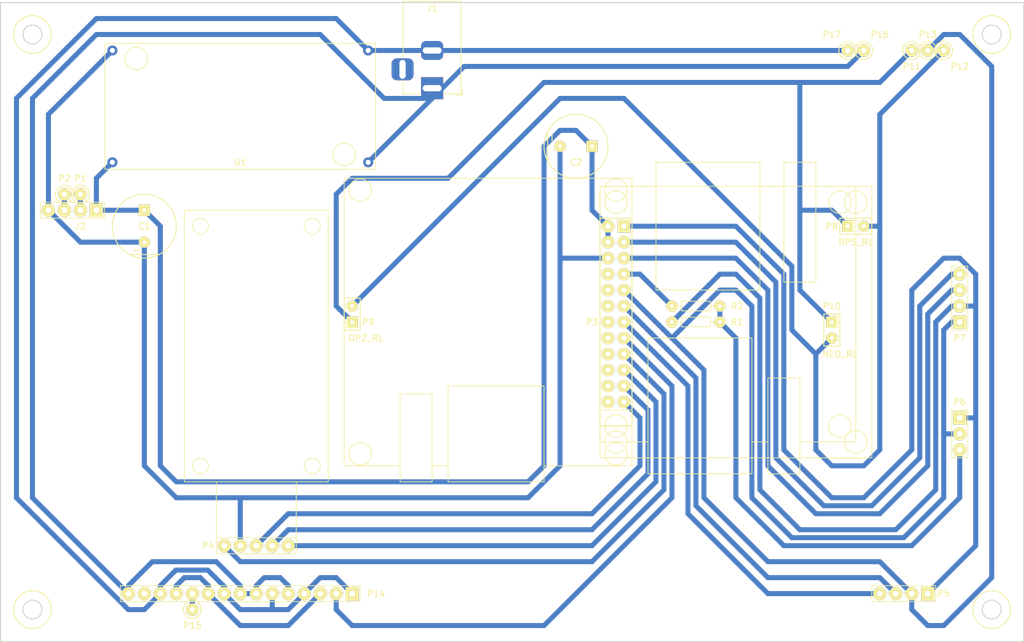
<source format=kicad_pcb>
(kicad_pcb (version 20171130) (host pcbnew 5.1.9+dfsg1-1~bpo10+1)

  (general
    (thickness 1.6)
    (drawings 1)
    (tracks 223)
    (zones 0)
    (modules 29)
    (nets 24)
  )

  (page A4)
  (layers
    (0 F.Cu signal)
    (31 B.Cu signal)
    (32 B.Adhes user)
    (33 F.Adhes user)
    (34 B.Paste user)
    (35 F.Paste user)
    (36 B.SilkS user)
    (37 F.SilkS user)
    (38 B.Mask user)
    (39 F.Mask user)
    (40 Dwgs.User user)
    (41 Cmts.User user)
    (42 Eco1.User user)
    (43 Eco2.User user)
    (44 Edge.Cuts user)
    (45 Margin user)
    (46 B.CrtYd user)
    (47 F.CrtYd user)
    (48 B.Fab user)
    (49 F.Fab user)
  )

  (setup
    (last_trace_width 0.8)
    (user_trace_width 0.8)
    (trace_clearance 0.2)
    (zone_clearance 0.508)
    (zone_45_only no)
    (trace_min 0.2)
    (via_size 0.8)
    (via_drill 0.4)
    (via_min_size 0.4)
    (via_min_drill 0.3)
    (uvia_size 0.3)
    (uvia_drill 0.1)
    (uvias_allowed no)
    (uvia_min_size 0.2)
    (uvia_min_drill 0.1)
    (edge_width 0.05)
    (segment_width 0.2)
    (pcb_text_width 0.3)
    (pcb_text_size 1.5 1.5)
    (mod_edge_width 0.12)
    (mod_text_size 1 1)
    (mod_text_width 0.15)
    (pad_size 1.524 1.524)
    (pad_drill 0.762)
    (pad_to_mask_clearance 0.05)
    (aux_axis_origin 0 0)
    (visible_elements FFFFFF7F)
    (pcbplotparams
      (layerselection 0x010fc_ffffffff)
      (usegerberextensions false)
      (usegerberattributes true)
      (usegerberadvancedattributes true)
      (creategerberjobfile true)
      (excludeedgelayer true)
      (linewidth 0.100000)
      (plotframeref false)
      (viasonmask false)
      (mode 1)
      (useauxorigin false)
      (hpglpennumber 1)
      (hpglpenspeed 20)
      (hpglpendiameter 15.000000)
      (psnegative false)
      (psa4output false)
      (plotreference true)
      (plotvalue true)
      (plotinvisibletext false)
      (padsonsilk false)
      (subtractmaskfromsilk false)
      (outputformat 1)
      (mirror false)
      (drillshape 1)
      (scaleselection 1)
      (outputdirectory ""))
  )

  (net 0 "")
  (net 1 "Net-(J2-Pad3)")
  (net 2 "Net-(J2-Pad2)")
  (net 3 "Net-(P6-Pad3)")
  (net 4 "Net-(C1-Pad1)")
  (net 5 "Net-(C1-Pad2)")
  (net 6 "Net-(J1-Pad1)")
  (net 7 "Net-(J1-Pad2)")
  (net 8 "Net-(P3-Pad7)")
  (net 9 "Net-(P3-Pad19)")
  (net 10 "Net-(P3-Pad3)")
  (net 11 "Net-(P3-Pad13)")
  (net 12 "Net-(P3-Pad1)")
  (net 13 "Net-(P3-Pad11)")
  (net 14 "Net-(P3-Pad21)")
  (net 15 "Net-(P3-Pad23)")
  (net 16 "Net-(P3-Pad5)")
  (net 17 "Net-(P14-Pad2)")
  (net 18 "Net-(P14-Pad10)")
  (net 19 "Net-(P14-Pad11)")
  (net 20 "Net-(P3-Pad17)")
  (net 21 "Net-(P13-Pad1)")
  (net 22 "Net-(P10-Pad2)")
  (net 23 "Net-(P10-Pad1)")

  (net_class Default "This is the default net class."
    (clearance 0.2)
    (trace_width 0.25)
    (via_dia 0.8)
    (via_drill 0.4)
    (uvia_dia 0.3)
    (uvia_drill 0.1)
    (add_net "Net-(C1-Pad1)")
    (add_net "Net-(C1-Pad2)")
    (add_net "Net-(J1-Pad1)")
    (add_net "Net-(J1-Pad2)")
    (add_net "Net-(J2-Pad2)")
    (add_net "Net-(J2-Pad3)")
    (add_net "Net-(P10-Pad1)")
    (add_net "Net-(P10-Pad2)")
    (add_net "Net-(P13-Pad1)")
    (add_net "Net-(P14-Pad10)")
    (add_net "Net-(P14-Pad11)")
    (add_net "Net-(P14-Pad2)")
    (add_net "Net-(P3-Pad1)")
    (add_net "Net-(P3-Pad11)")
    (add_net "Net-(P3-Pad13)")
    (add_net "Net-(P3-Pad17)")
    (add_net "Net-(P3-Pad19)")
    (add_net "Net-(P3-Pad21)")
    (add_net "Net-(P3-Pad23)")
    (add_net "Net-(P3-Pad3)")
    (add_net "Net-(P3-Pad5)")
    (add_net "Net-(P3-Pad7)")
    (add_net "Net-(P6-Pad3)")
  )

  (module kicad:PIN_ARRAY_15X1 (layer F.Cu) (tedit 605D93F5) (tstamp 6059E77A)
    (at 78.74 119.38 180)
    (descr "Connecteur 15 pins")
    (tags "CONN DEV")
    (path /60400866)
    (fp_text reference P14 (at -21.59 0) (layer F.SilkS)
      (effects (font (size 1 1) (thickness 0.15)))
    )
    (fp_text value CONN_15 (at 0 1.905) (layer F.SilkS) hide
      (effects (font (size 1.016 0.889) (thickness 0.2032)))
    )
    (fp_line (start 19.05 -1.27) (end 19.05 1.27) (layer F.SilkS) (width 0.12))
    (fp_line (start -19.05 -1.27) (end -19.05 1.27) (layer F.SilkS) (width 0.12))
    (fp_line (start -19.05 1.27) (end 19.05 1.27) (layer F.SilkS) (width 0.12))
    (fp_line (start -19.05 -1.27) (end 19.05 -1.27) (layer F.SilkS) (width 0.12))
    (pad 6 thru_hole circle (at -5.08 0 180) (size 2.10058 2.10058) (drill 0.89916) (layers *.Cu *.Mask F.SilkS)
      (net 7 "Net-(J1-Pad2)"))
    (pad 5 thru_hole circle (at -7.62 0 180) (size 2.10058 2.10058) (drill 0.89916) (layers *.Cu *.Mask F.SilkS)
      (net 6 "Net-(J1-Pad1)"))
    (pad 4 thru_hole circle (at -10.16 0 180) (size 2.10058 2.10058) (drill 0.89916) (layers *.Cu *.Mask F.SilkS)
      (net 7 "Net-(J1-Pad2)"))
    (pad 3 thru_hole circle (at -12.7 0 180) (size 2.10058 2.10058) (drill 0.89916) (layers *.Cu *.Mask F.SilkS)
      (net 18 "Net-(P14-Pad10)"))
    (pad 2 thru_hole circle (at -15.24 0 180) (size 2.10058 2.10058) (drill 0.89916) (layers *.Cu *.Mask F.SilkS)
      (net 17 "Net-(P14-Pad2)"))
    (pad 1 thru_hole rect (at -17.78 0 180) (size 2.10058 2.10058) (drill 0.89916) (layers *.Cu *.Mask F.SilkS)
      (net 7 "Net-(J1-Pad2)"))
    (pad 7 thru_hole circle (at -2.54 0 180) (size 2.10058 2.10058) (drill 0.89916) (layers *.Cu *.Mask F.SilkS)
      (net 6 "Net-(J1-Pad1)"))
    (pad 8 thru_hole circle (at 0 0 180) (size 2.10058 2.10058) (drill 0.89916) (layers *.Cu *.Mask F.SilkS)
      (net 6 "Net-(J1-Pad1)"))
    (pad 9 thru_hole circle (at 2.54 0 180) (size 2.10058 2.10058) (drill 0.89916) (layers *.Cu *.Mask F.SilkS)
      (net 7 "Net-(J1-Pad2)"))
    (pad 10 thru_hole circle (at 5.08 0 180) (size 2.10058 2.10058) (drill 0.89916) (layers *.Cu *.Mask F.SilkS)
      (net 18 "Net-(P14-Pad10)"))
    (pad 11 thru_hole circle (at 7.62 0 180) (size 2.10058 2.10058) (drill 0.89916) (layers *.Cu *.Mask F.SilkS)
      (net 19 "Net-(P14-Pad11)"))
    (pad 12 thru_hole circle (at 10.16 0 180) (size 2.10058 2.10058) (drill 0.89916) (layers *.Cu *.Mask F.SilkS)
      (net 18 "Net-(P14-Pad10)"))
    (pad 13 thru_hole circle (at 12.7 0 180) (size 2.10058 2.10058) (drill 0.89916) (layers *.Cu *.Mask F.SilkS)
      (net 7 "Net-(J1-Pad2)"))
    (pad 14 thru_hole circle (at 15.24 0 180) (size 2.10058 2.10058) (drill 0.89916) (layers *.Cu *.Mask F.SilkS))
    (pad 15 thru_hole circle (at 17.78 0 180) (size 2.10058 2.10058) (drill 0.89916) (layers *.Cu *.Mask F.SilkS)
      (net 6 "Net-(J1-Pad1)"))
  )

  (module kicad:PIN_ARRAY_1X1 (layer F.Cu) (tedit 5C4E0FE2) (tstamp 6058D32C)
    (at 185.42 33.02)
    (descr "module 1 pin (ou trou mecanique de percage)")
    (tags DEV)
    (path /5F74C632)
    (fp_text reference P11 (at 0 2.54) (layer F.SilkS)
      (effects (font (size 1 1) (thickness 0.15)))
    )
    (fp_text value CONN_1 (at 0 2.794) (layer F.SilkS) hide
      (effects (font (size 1.016 1.016) (thickness 0.254)))
    )
    (fp_circle (center 0 0) (end 1.27 0.635) (layer F.SilkS) (width 0.15))
    (pad 1 thru_hole circle (at 0 0) (size 2 2) (drill 0.8) (layers *.Cu *.Mask F.SilkS)
      (net 23 "Net-(P10-Pad1)"))
  )

  (module kicad:PLATINE_160x100 (layer F.Cu) (tedit 602E847E) (tstamp 6058DB83)
    (at 121.92 76.2)
    (fp_text reference GR** (at 0 0) (layer F.SilkS) hide
      (effects (font (size 1 1) (thickness 0.15)))
    )
    (fp_text value PLATINE_160x100 (at 0 -2.54) (layer F.Fab) hide
      (effects (font (size 1 1) (thickness 0.15)))
    )
    (fp_line (start 81.28 -50.8) (end 81.28 50.8) (layer Edge.Cuts) (width 0.15))
    (fp_line (start -81.28 -50.8) (end -81.28 50.8) (layer Edge.Cuts) (width 0.15))
    (fp_line (start 81.28 50.8) (end -81.28 50.8) (layer Edge.Cuts) (width 0.15))
    (fp_line (start -81.28 -50.8) (end 81.28 -50.8) (layer Edge.Cuts) (width 0.15))
  )

  (module kicad:R3 (layer F.Cu) (tedit 605261FC) (tstamp 6058D6A7)
    (at 152.4 73.66)
    (descr "Resitance 3 pas")
    (tags R)
    (path /5F570E47)
    (autoplace_cost180 10)
    (fp_text reference R2 (at 6.35 0) (layer F.SilkS)
      (effects (font (size 1 1) (thickness 0.15)) (justify right))
    )
    (fp_text value R (at -3.048 0) (layer F.SilkS) hide
      (effects (font (size 1 1) (thickness 0.15)))
    )
    (fp_line (start -3.556 0) (end -4.064 0) (layer F.SilkS) (width 0.15))
    (fp_line (start -3.556 -0.762) (end -3.556 0.762) (layer F.SilkS) (width 0.12))
    (fp_line (start -3.556 0.762) (end 1.016 0.762) (layer F.SilkS) (width 0.12))
    (fp_line (start 1.016 0.762) (end 1.016 -0.762) (layer F.SilkS) (width 0.12))
    (fp_line (start 1.016 -0.762) (end -3.556 -0.762) (layer F.SilkS) (width 0.12))
    (fp_line (start 1.016 0) (end 1.524 0) (layer F.SilkS) (width 0.12))
    (pad 2 thru_hole circle (at 2.54 0) (size 1.80086 1.80086) (drill 0.59944) (layers *.Cu *.Mask F.SilkS)
      (net 3 "Net-(P6-Pad3)"))
    (pad 1 thru_hole circle (at -5.08 0) (size 1.80086 1.80086) (drill 0.59944) (layers *.Cu *.Mask F.SilkS)
      (net 8 "Net-(P3-Pad7)"))
    (model discret/resistor.wrl
      (at (xyz 0 0 0))
      (scale (xyz 0.4 0.4 0.4))
      (rotate (xyz 0 0 0))
    )
  )

  (module kicad:R3 (layer F.Cu) (tedit 605261FC) (tstamp 6058D6CB)
    (at 149.86 76.2 180)
    (descr "Resitance 3 pas")
    (tags R)
    (path /5F56B871)
    (autoplace_cost180 10)
    (fp_text reference R1 (at -8.89 0) (layer F.SilkS)
      (effects (font (size 1 1) (thickness 0.15)) (justify right))
    )
    (fp_text value R (at -3.048 0) (layer F.SilkS) hide
      (effects (font (size 1 1) (thickness 0.15)))
    )
    (fp_line (start -3.556 0) (end -4.064 0) (layer F.SilkS) (width 0.15))
    (fp_line (start -3.556 -0.762) (end -3.556 0.762) (layer F.SilkS) (width 0.12))
    (fp_line (start -3.556 0.762) (end 1.016 0.762) (layer F.SilkS) (width 0.12))
    (fp_line (start 1.016 0.762) (end 1.016 -0.762) (layer F.SilkS) (width 0.12))
    (fp_line (start 1.016 -0.762) (end -3.556 -0.762) (layer F.SilkS) (width 0.12))
    (fp_line (start 1.016 0) (end 1.524 0) (layer F.SilkS) (width 0.12))
    (pad 2 thru_hole circle (at 2.54 0 180) (size 1.80086 1.80086) (drill 0.59944) (layers *.Cu *.Mask F.SilkS)
      (net 12 "Net-(P3-Pad1)"))
    (pad 1 thru_hole circle (at -5.08 0 180) (size 1.80086 1.80086) (drill 0.59944) (layers *.Cu *.Mask F.SilkS)
      (net 3 "Net-(P6-Pad3)"))
    (model discret/resistor.wrl
      (at (xyz 0 0 0))
      (scale (xyz 0.4 0.4 0.4))
      (rotate (xyz 0 0 0))
    )
  )

  (module kicad:PIN_ARRAY_1X1 (layer F.Cu) (tedit 5C4E0FE2) (tstamp 6059E75A)
    (at 71.12 121.92)
    (descr "module 1 pin (ou trou mecanique de percage)")
    (tags DEV)
    (path /6041A614)
    (fp_text reference P15 (at 0 2.54) (layer F.SilkS)
      (effects (font (size 1 1) (thickness 0.15)))
    )
    (fp_text value CONN_1 (at 0 2.794) (layer F.SilkS) hide
      (effects (font (size 1.016 1.016) (thickness 0.254)))
    )
    (fp_circle (center 0 0) (end 1.27 0.635) (layer F.SilkS) (width 0.15))
    (pad 1 thru_hole circle (at 0 0) (size 2 2) (drill 0.8) (layers *.Cu *.Mask F.SilkS)
      (net 19 "Net-(P14-Pad11)"))
  )

  (module kicad:PIN_ARRAY_4X1 (layer F.Cu) (tedit 5F6BAA09) (tstamp 6058D6FB)
    (at 184.15 119.38 180)
    (descr "Connecteur 6 pins")
    (tags "CONN DEV")
    (path /60411647)
    (fp_text reference P5 (at -6.35 0 180) (layer F.SilkS)
      (effects (font (size 1 1) (thickness 0.15)))
    )
    (fp_text value CONN_4X1 (at 0 2.159) (layer F.SilkS) hide
      (effects (font (size 1 1) (thickness 0.15)))
    )
    (fp_line (start -5.08 -1.27) (end -5.08 1.27) (layer F.SilkS) (width 0.12))
    (fp_line (start -5.08 -1.27) (end 5.08 -1.27) (layer F.SilkS) (width 0.12))
    (fp_line (start 5.08 -1.27) (end 5.08 1.27) (layer F.SilkS) (width 0.12))
    (fp_line (start 5.08 1.27) (end -5.08 1.27) (layer F.SilkS) (width 0.12))
    (pad 1 thru_hole rect (at -3.81 0 180) (size 2.10058 2.10058) (drill 0.89916) (layers *.Cu *.Mask F.SilkS)
      (net 12 "Net-(P3-Pad1)"))
    (pad 2 thru_hole circle (at -1.27 0 180) (size 2.10058 2.10058) (drill 0.89916) (layers *.Cu *.Mask F.SilkS)
      (net 21 "Net-(P13-Pad1)"))
    (pad 3 thru_hole circle (at 1.27 0 180) (size 2.10058 2.10058) (drill 0.89916) (layers *.Cu *.Mask F.SilkS)
      (net 13 "Net-(P3-Pad11)"))
    (pad 4 thru_hole circle (at 3.81 0 180) (size 2.10058 2.10058) (drill 0.89916) (layers *.Cu *.Mask F.SilkS)
      (net 11 "Net-(P3-Pad13)"))
    (model pin_array/pins_array_6x1.wrl
      (at (xyz 0 0 0))
      (scale (xyz 1 1 1))
      (rotate (xyz 0 0 0))
    )
  )

  (module kicad:BarrelJack_Horizontal (layer F.Cu) (tedit 5F6E462E) (tstamp 6058D78A)
    (at 109.22 39.02 270)
    (descr "DC Barrel Jack")
    (tags "Power Jack")
    (path /603E4422)
    (fp_text reference J1 (at -12.7 0 180) (layer F.SilkS)
      (effects (font (size 1 1) (thickness 0.15)))
    )
    (fp_text value Conn_01x02 (at -6.2 -5.5 90) (layer F.Fab) hide
      (effects (font (size 1 1) (thickness 0.15)))
    )
    (fp_line (start -0.003213 -4.505425) (end 0.8 -3.75) (layer F.Fab) (width 0.1))
    (fp_line (start 1.1 -3.75) (end 1.1 -4.8) (layer F.SilkS) (width 0.12))
    (fp_line (start 0.05 -4.8) (end 1.1 -4.8) (layer F.SilkS) (width 0.12))
    (fp_line (start 1 -4.5) (end 1 -4.75) (layer F.CrtYd) (width 0.05))
    (fp_line (start 1 -4.75) (end -14 -4.75) (layer F.CrtYd) (width 0.05))
    (fp_line (start 1 -4.5) (end 1 -2) (layer F.CrtYd) (width 0.05))
    (fp_line (start 1 -2) (end 2 -2) (layer F.CrtYd) (width 0.05))
    (fp_line (start 2 -2) (end 2 2) (layer F.CrtYd) (width 0.05))
    (fp_line (start 2 2) (end 1 2) (layer F.CrtYd) (width 0.05))
    (fp_line (start 1 2) (end 1 4.75) (layer F.CrtYd) (width 0.05))
    (fp_line (start 1 4.75) (end -1 4.75) (layer F.CrtYd) (width 0.05))
    (fp_line (start -1 4.75) (end -1 6.75) (layer F.CrtYd) (width 0.05))
    (fp_line (start -1 6.75) (end -5 6.75) (layer F.CrtYd) (width 0.05))
    (fp_line (start -5 6.75) (end -5 4.75) (layer F.CrtYd) (width 0.05))
    (fp_line (start -5 4.75) (end -14 4.75) (layer F.CrtYd) (width 0.05))
    (fp_line (start -14 4.75) (end -14 -4.75) (layer F.CrtYd) (width 0.05))
    (fp_line (start -5 4.6) (end -13.8 4.6) (layer F.SilkS) (width 0.12))
    (fp_line (start -13.8 4.6) (end -13.8 -4.6) (layer F.SilkS) (width 0.12))
    (fp_line (start 0.9 1.9) (end 0.9 4.6) (layer F.SilkS) (width 0.12))
    (fp_line (start 0.9 4.6) (end -1 4.6) (layer F.SilkS) (width 0.12))
    (fp_line (start -13.8 -4.6) (end 0.9 -4.6) (layer F.SilkS) (width 0.12))
    (fp_line (start 0.9 -4.6) (end 0.9 -2) (layer F.SilkS) (width 0.12))
    (fp_line (start -10.2 -4.5) (end -10.2 4.5) (layer F.Fab) (width 0.1))
    (fp_line (start -13.7 -4.5) (end -13.7 4.5) (layer F.Fab) (width 0.1))
    (fp_line (start -13.7 4.5) (end 0.8 4.5) (layer F.Fab) (width 0.1))
    (fp_line (start 0.8 4.5) (end 0.8 -3.75) (layer F.Fab) (width 0.1))
    (fp_line (start 0 -4.5) (end -13.7 -4.5) (layer F.Fab) (width 0.1))
    (fp_text user %R (at -3 -2.95 90) (layer F.Fab) hide
      (effects (font (size 1 1) (thickness 0.15)))
    )
    (pad 1 thru_hole rect (at 0 0 270) (size 3.5 3.5) (drill oval 1 3) (layers *.Cu *.Mask)
      (net 6 "Net-(J1-Pad1)"))
    (pad 2 thru_hole roundrect (at -6 0 270) (size 3 3.5) (drill oval 1 3) (layers *.Cu *.Mask) (roundrect_rratio 0.25)
      (net 7 "Net-(J1-Pad2)"))
    (pad 3 thru_hole roundrect (at -3 4.7 270) (size 3.5 3.5) (drill oval 3 1) (layers *.Cu *.Mask) (roundrect_rratio 0.25))
    (model ${KISYS3DMOD}/Connector_BarrelJack.3dshapes/BarrelJack_Horizontal.wrl
      (at (xyz 0 0 0))
      (scale (xyz 1 1 1))
      (rotate (xyz 0 0 0))
    )
  )

  (module kicad:PIN_ARRAY_2X1 (layer F.Cu) (tedit 5C69C958) (tstamp 6058D3CA)
    (at 176.53 60.96)
    (descr "Connecteurs 2 pins")
    (tags "CONN DEV")
    (path /602B8AC7)
    (fp_text reference P8 (at -3.81 0) (layer F.SilkS)
      (effects (font (size 1 1) (thickness 0.15)))
    )
    (fp_text value CONN_2 (at 0 2.54) (layer F.SilkS) hide
      (effects (font (size 0.762 0.762) (thickness 0.1524)))
    )
    (fp_line (start -2.54 1.27) (end -2.54 -1.27) (layer F.SilkS) (width 0.1524))
    (fp_line (start -2.54 -1.27) (end 2.54 -1.27) (layer F.SilkS) (width 0.1524))
    (fp_line (start 2.54 -1.27) (end 2.54 1.27) (layer F.SilkS) (width 0.1524))
    (fp_line (start 2.54 1.27) (end -2.54 1.27) (layer F.SilkS) (width 0.1524))
    (fp_text user RPS_RL (at 0 2.54) (layer F.SilkS)
      (effects (font (size 1 1) (thickness 0.15)))
    )
    (pad 2 thru_hole circle (at 1.27 0) (size 1.80086 1.80086) (drill 0.59944) (layers *.Cu *.Mask F.SilkS)
      (net 22 "Net-(P10-Pad2)"))
    (pad 1 thru_hole rect (at -1.27 0) (size 1.80086 1.80086) (drill 0.59944) (layers *.Cu *.Mask F.SilkS)
      (net 23 "Net-(P10-Pad1)"))
    (model pin_array/pins_array_2x1.wrl
      (at (xyz 0 0 0))
      (scale (xyz 1 1 1))
      (rotate (xyz 0 0 0))
    )
  )

  (module kicad:ENTRETOISE (layer F.Cu) (tedit 5F5F89AC) (tstamp 6058D3B6)
    (at 45.72 121.92)
    (fp_text reference REF** (at 0 -3.81) (layer F.SilkS) hide
      (effects (font (size 1 1) (thickness 0.15)))
    )
    (fp_text value ENTRETOISE (at 0 3.81) (layer F.Fab) hide
      (effects (font (size 1 1) (thickness 0.15)))
    )
    (fp_circle (center 0 0) (end 3 0) (layer F.SilkS) (width 0.15))
    (fp_circle (center 0 0) (end 1.5 0) (layer Edge.Cuts) (width 0.15))
  )

  (module kicad:ENTRETOISE (layer F.Cu) (tedit 5F5F89AC) (tstamp 6058D5CF)
    (at 198.12 121.92)
    (fp_text reference REF** (at 0 -3.81) (layer F.SilkS) hide
      (effects (font (size 1 1) (thickness 0.15)))
    )
    (fp_text value ENTRETOISE (at 0 3.81) (layer F.Fab) hide
      (effects (font (size 1 1) (thickness 0.15)))
    )
    (fp_circle (center 0 0) (end 3 0) (layer F.SilkS) (width 0.15))
    (fp_circle (center 0 0) (end 1.5 0) (layer Edge.Cuts) (width 0.15))
  )

  (module kicad:ENTRETOISE (layer F.Cu) (tedit 5F5F89AC) (tstamp 6058D425)
    (at 45.72 30.48)
    (fp_text reference REF** (at 0 -3.81) (layer F.SilkS) hide
      (effects (font (size 1 1) (thickness 0.15)))
    )
    (fp_text value ENTRETOISE (at 0 3.81) (layer F.Fab) hide
      (effects (font (size 1 1) (thickness 0.15)))
    )
    (fp_circle (center 0 0) (end 3 0) (layer F.SilkS) (width 0.15))
    (fp_circle (center 0 0) (end 1.5 0) (layer Edge.Cuts) (width 0.15))
  )

  (module kicad:ENTRETOISE (layer F.Cu) (tedit 5F5F89AC) (tstamp 6058D2FF)
    (at 198.12 30.48)
    (fp_text reference REF** (at 0 -3.81) (layer F.SilkS) hide
      (effects (font (size 1 1) (thickness 0.15)))
    )
    (fp_text value ENTRETOISE (at 0 3.81) (layer F.Fab) hide
      (effects (font (size 1 1) (thickness 0.15)))
    )
    (fp_circle (center 0 0) (end 3 0) (layer F.SilkS) (width 0.15))
    (fp_circle (center 0 0) (end 1.5 0) (layer Edge.Cuts) (width 0.15))
  )

  (module kicad:PIN_ARRAY_4X1 (layer F.Cu) (tedit 5F6BAA09) (tstamp 6058D350)
    (at 52.07 58.42 180)
    (descr "Connecteur 6 pins")
    (tags "CONN DEV")
    (path /5F6E7BA3)
    (fp_text reference J2 (at -1.27 -2.54 180) (layer F.SilkS)
      (effects (font (size 1 1) (thickness 0.15)))
    )
    (fp_text value USB_2 (at 0 2.159) (layer F.SilkS) hide
      (effects (font (size 1 1) (thickness 0.15)))
    )
    (fp_line (start -5.08 -1.27) (end -5.08 1.27) (layer F.SilkS) (width 0.12))
    (fp_line (start -5.08 -1.27) (end 5.08 -1.27) (layer F.SilkS) (width 0.12))
    (fp_line (start 5.08 -1.27) (end 5.08 1.27) (layer F.SilkS) (width 0.12))
    (fp_line (start 5.08 1.27) (end -5.08 1.27) (layer F.SilkS) (width 0.12))
    (pad 4 thru_hole circle (at 3.81 0 180) (size 2.10058 2.10058) (drill 0.89916) (layers *.Cu *.Mask F.SilkS)
      (net 5 "Net-(C1-Pad2)"))
    (pad 3 thru_hole circle (at 1.27 0 180) (size 2.10058 2.10058) (drill 0.89916) (layers *.Cu *.Mask F.SilkS)
      (net 1 "Net-(J2-Pad3)"))
    (pad 2 thru_hole circle (at -1.27 0 180) (size 2.10058 2.10058) (drill 0.89916) (layers *.Cu *.Mask F.SilkS)
      (net 2 "Net-(J2-Pad2)"))
    (pad 1 thru_hole rect (at -3.81 0 180) (size 2.10058 2.10058) (drill 0.89916) (layers *.Cu *.Mask F.SilkS)
      (net 4 "Net-(C1-Pad1)"))
    (model pin_array/pins_array_6x1.wrl
      (at (xyz 0 0 0))
      (scale (xyz 1 1 1))
      (rotate (xyz 0 0 0))
    )
  )

  (module kicad:PIN_ARRAY_1X1 (layer F.Cu) (tedit 5C4E0FE2) (tstamp 6058D33B)
    (at 53.34 55.88)
    (descr "module 1 pin (ou trou mecanique de percage)")
    (tags DEV)
    (path /5F6D00D0)
    (fp_text reference P1 (at 0 -2.54) (layer F.SilkS)
      (effects (font (size 1 1) (thickness 0.15)))
    )
    (fp_text value CONN_1 (at 0 2.794) (layer F.SilkS) hide
      (effects (font (size 1.016 1.016) (thickness 0.254)))
    )
    (fp_circle (center 0 0) (end 1.27 0.635) (layer F.SilkS) (width 0.15))
    (pad 1 thru_hole circle (at 0 0) (size 2 2) (drill 0.8) (layers *.Cu *.Mask F.SilkS)
      (net 2 "Net-(J2-Pad2)"))
  )

  (module kicad:PIN_ARRAY_1X1 (layer F.Cu) (tedit 5C4E0FE2) (tstamp 6058D3E3)
    (at 50.8 55.88)
    (descr "module 1 pin (ou trou mecanique de percage)")
    (tags DEV)
    (path /5F6D0C8E)
    (fp_text reference P2 (at 0 -2.54) (layer F.SilkS)
      (effects (font (size 1 1) (thickness 0.15)))
    )
    (fp_text value CONN_1 (at 0 2.794) (layer F.SilkS) hide
      (effects (font (size 1.016 1.016) (thickness 0.254)))
    )
    (fp_circle (center 0 0) (end 1.27 0.635) (layer F.SilkS) (width 0.15))
    (pad 1 thru_hole circle (at 0 0) (size 2 2) (drill 0.8) (layers *.Cu *.Mask F.SilkS)
      (net 1 "Net-(J2-Pad3)"))
  )

  (module kicad:PIN_ARRAY_3X1 (layer F.Cu) (tedit 5F6CB21D) (tstamp 6058D313)
    (at 193.04 93.98 270)
    (descr "Connecteur 6 pins")
    (tags "CONN DEV")
    (path /5F57348B)
    (fp_text reference P6 (at -5.08 0) (layer F.SilkS)
      (effects (font (size 1 1) (thickness 0.15)))
    )
    (fp_text value CONN_3 (at 0 2.159 90) (layer F.SilkS) hide
      (effects (font (size 1 1) (thickness 0.15)))
    )
    (fp_line (start -3.81 1.27) (end -3.81 -1.27) (layer F.SilkS) (width 0.12))
    (fp_line (start 3.81 1.27) (end -3.81 1.27) (layer F.SilkS) (width 0.12))
    (fp_line (start 3.81 -1.27) (end 3.81 1.27) (layer F.SilkS) (width 0.12))
    (fp_line (start -3.81 -1.27) (end 3.81 -1.27) (layer F.SilkS) (width 0.12))
    (pad 1 thru_hole rect (at -2.54 0 270) (size 2.10058 2.10058) (drill 0.89916) (layers *.Cu *.Mask F.SilkS)
      (net 12 "Net-(P3-Pad1)"))
    (pad 2 thru_hole circle (at 0 0 270) (size 2.10058 2.10058) (drill 0.89916) (layers *.Cu *.Mask F.SilkS)
      (net 21 "Net-(P13-Pad1)"))
    (pad 3 thru_hole circle (at 2.54 0 270) (size 2.10058 2.10058) (drill 0.89916) (layers *.Cu *.Mask F.SilkS)
      (net 3 "Net-(P6-Pad3)"))
    (model pin_array/pins_array_6x1.wrl
      (at (xyz 0 0 0))
      (scale (xyz 1 1 1))
      (rotate (xyz 0 0 0))
    )
  )

  (module kicad:PIN_ARRAY_4X1 (layer F.Cu) (tedit 5F6BAA09) (tstamp 6059EC6A)
    (at 193.04 72.39 90)
    (descr "Connecteur 6 pins")
    (tags "CONN DEV")
    (path /5F568E27)
    (fp_text reference P7 (at -6.35 0) (layer F.SilkS)
      (effects (font (size 1 1) (thickness 0.15)))
    )
    (fp_text value CONN_4X1 (at 0 2.159 90) (layer F.SilkS) hide
      (effects (font (size 1 1) (thickness 0.15)))
    )
    (fp_line (start 5.08 1.27) (end -5.08 1.27) (layer F.SilkS) (width 0.12))
    (fp_line (start 5.08 -1.27) (end 5.08 1.27) (layer F.SilkS) (width 0.12))
    (fp_line (start -5.08 -1.27) (end 5.08 -1.27) (layer F.SilkS) (width 0.12))
    (fp_line (start -5.08 -1.27) (end -5.08 1.27) (layer F.SilkS) (width 0.12))
    (pad 1 thru_hole rect (at -3.81 0 90) (size 2.10058 2.10058) (drill 0.89916) (layers *.Cu *.Mask F.SilkS)
      (net 21 "Net-(P13-Pad1)"))
    (pad 2 thru_hole circle (at -1.27 0 90) (size 2.10058 2.10058) (drill 0.89916) (layers *.Cu *.Mask F.SilkS)
      (net 12 "Net-(P3-Pad1)"))
    (pad 3 thru_hole circle (at 1.27 0 90) (size 2.10058 2.10058) (drill 0.89916) (layers *.Cu *.Mask F.SilkS)
      (net 16 "Net-(P3-Pad5)"))
    (pad 4 thru_hole circle (at 3.81 0 90) (size 2.10058 2.10058) (drill 0.89916) (layers *.Cu *.Mask F.SilkS)
      (net 10 "Net-(P3-Pad3)"))
    (model pin_array/pins_array_6x1.wrl
      (at (xyz 0 0 0))
      (scale (xyz 1 1 1))
      (rotate (xyz 0 0 0))
    )
  )

  (module kicad:CP2 (layer F.Cu) (tedit 5C4E1805) (tstamp 6058D3A1)
    (at 63.5 60.96 180)
    (descr "Capacitor, pol, cyl 5x11mm")
    (path /5F796268)
    (fp_text reference C1 (at 0 0) (layer F.SilkS)
      (effects (font (size 1 1) (thickness 0.15)))
    )
    (fp_text value CP1 (at 0 5.08) (layer F.SilkS) hide
      (effects (font (size 1 1) (thickness 0.15)))
    )
    (fp_line (start 0.889 -3.81) (end 1.778 -3.81) (layer F.SilkS) (width 0.15))
    (fp_line (start -2.3 -4.5) (end 2.3 -4.5) (layer F.SilkS) (width 0.15))
    (fp_circle (center 0 0) (end -5.08 0) (layer F.SilkS) (width 0.15))
    (pad 1 thru_hole rect (at 0 2.54 180) (size 1.80086 1.80086) (drill 0.59944) (layers *.Cu *.Mask F.SilkS)
      (net 4 "Net-(C1-Pad1)"))
    (pad 2 thru_hole circle (at 0 -2.54 180) (size 1.80086 1.80086) (drill 0.59944) (layers *.Cu *.Mask F.SilkS)
      (net 5 "Net-(C1-Pad2)"))
    (model discret/capacitor/cp_5x11mm.wrl
      (at (xyz 0 0 0))
      (scale (xyz 1 1 1))
      (rotate (xyz 0 0 0))
    )
  )

  (module kicad:VMA301 (layer F.Cu) (tedit 5F8C9B94) (tstamp 6058D490)
    (at 81.28 111.76)
    (descr "Connecteur 6 pins")
    (tags "CONN DEV")
    (path /5F5B6663)
    (fp_text reference P4 (at -7.62 0 180) (layer F.SilkS)
      (effects (font (size 1 1) (thickness 0.15)))
    )
    (fp_text value CONN_5 (at 0 2.159) (layer F.SilkS) hide
      (effects (font (size 1 1) (thickness 0.15)))
    )
    (fp_line (start 6.35 -1.27) (end -6.35 -1.27) (layer F.SilkS) (width 0.12))
    (fp_line (start -6.35 -1.27) (end -6.35 1.27) (layer F.SilkS) (width 0.12))
    (fp_line (start -6.35 1.27) (end 6.35 1.27) (layer F.SilkS) (width 0.12))
    (fp_line (start 6.35 1.27) (end 6.35 -1.27) (layer F.SilkS) (width 0.12))
    (fp_circle (center -8.89 -50.8) (end -8.89 -49.53) (layer F.SilkS) (width 0.12))
    (fp_circle (center 8.89 -50.8) (end 8.89 -49.53) (layer F.SilkS) (width 0.12))
    (fp_circle (center 8.89 -12.7) (end 8.89 -11.43) (layer F.SilkS) (width 0.12))
    (fp_circle (center -8.89 -12.7) (end -8.89 -11.43) (layer F.SilkS) (width 0.12))
    (fp_line (start -11.43 -53.34) (end 11.43 -53.34) (layer F.SilkS) (width 0.12))
    (fp_line (start 11.43 -53.34) (end 11.43 -10.16) (layer F.SilkS) (width 0.12))
    (fp_line (start 11.43 -10.16) (end -11.43 -10.16) (layer F.SilkS) (width 0.12))
    (fp_line (start -11.43 -10.16) (end -11.43 -53.34) (layer F.SilkS) (width 0.12))
    (fp_line (start -6.35 -1.27) (end -6.35 -10.16) (layer F.SilkS) (width 0.12))
    (fp_line (start 6.35 -1.27) (end 6.35 -10.16) (layer F.SilkS) (width 0.12))
    (pad 1 thru_hole circle (at -5.08 0) (size 2.10058 2.10058) (drill 0.89916) (layers *.Cu *.Mask F.SilkS)
      (net 20 "Net-(P3-Pad17)"))
    (pad 2 thru_hole circle (at -2.54 0) (size 2.10058 2.10058) (drill 0.89916) (layers *.Cu *.Mask F.SilkS)
      (net 5 "Net-(C1-Pad2)"))
    (pad 3 thru_hole circle (at 0 0) (size 2.10058 2.10058) (drill 0.89916) (layers *.Cu *.Mask F.SilkS)
      (net 15 "Net-(P3-Pad23)"))
    (pad 4 thru_hole circle (at 2.54 0) (size 2.10058 2.10058) (drill 0.89916) (layers *.Cu *.Mask F.SilkS)
      (net 14 "Net-(P3-Pad21)"))
    (pad 5 thru_hole circle (at 5.08 0) (size 2.10058 2.10058) (drill 0.89916) (layers *.Cu *.Mask F.SilkS)
      (net 9 "Net-(P3-Pad19)"))
    (model pin_array/pins_array_6x1.wrl
      (at (xyz 0 0 0))
      (scale (xyz 1 1 1))
      (rotate (xyz 0 0 0))
    )
  )

  (module kicad:PIN_ARRAY_1X1 (layer F.Cu) (tedit 5C4E0FE2) (tstamp 6058D5AB)
    (at 190.5 33.02)
    (descr "module 1 pin (ou trou mecanique de percage)")
    (tags DEV)
    (path /5F79FA14)
    (fp_text reference P12 (at 2.54 2.54) (layer F.SilkS)
      (effects (font (size 1 1) (thickness 0.15)))
    )
    (fp_text value CONN_1 (at 0 2.794) (layer F.SilkS) hide
      (effects (font (size 1.016 1.016) (thickness 0.254)))
    )
    (fp_circle (center 0 0) (end 1.27 0.635) (layer F.SilkS) (width 0.15))
    (pad 1 thru_hole circle (at 0 0) (size 2 2) (drill 0.8) (layers *.Cu *.Mask F.SilkS)
      (net 22 "Net-(P10-Pad2)"))
  )

  (module kicad:PIN_ARRAY_1X1 (layer F.Cu) (tedit 5C4E0FE2) (tstamp 6058D38F)
    (at 187.96 33.02)
    (descr "module 1 pin (ou trou mecanique de percage)")
    (tags DEV)
    (path /5F724ADE)
    (fp_text reference P13 (at 0 -2.54) (layer F.SilkS)
      (effects (font (size 1 1) (thickness 0.15)))
    )
    (fp_text value CONN_1 (at 0 2.794) (layer F.SilkS) hide
      (effects (font (size 1.016 1.016) (thickness 0.254)))
    )
    (fp_circle (center 0 0) (end 1.27 0.635) (layer F.SilkS) (width 0.15))
    (pad 1 thru_hole circle (at 0 0) (size 2 2) (drill 0.8) (layers *.Cu *.Mask F.SilkS)
      (net 21 "Net-(P13-Pad1)"))
  )

  (module kicad:PIN_ARRAY_2X1 (layer F.Cu) (tedit 5C69C958) (tstamp 6058D3F7)
    (at 96.52 74.93 90)
    (descr "Connecteurs 2 pins")
    (tags "CONN DEV")
    (path /602CAD56)
    (fp_text reference P9 (at -1.27 2.54 180) (layer F.SilkS)
      (effects (font (size 1 1) (thickness 0.15)))
    )
    (fp_text value CONN_2 (at 0 2.54 90) (layer F.SilkS) hide
      (effects (font (size 0.762 0.762) (thickness 0.1524)))
    )
    (fp_line (start -2.54 1.27) (end -2.54 -1.27) (layer F.SilkS) (width 0.1524))
    (fp_line (start -2.54 -1.27) (end 2.54 -1.27) (layer F.SilkS) (width 0.1524))
    (fp_line (start 2.54 -1.27) (end 2.54 1.27) (layer F.SilkS) (width 0.1524))
    (fp_line (start 2.54 1.27) (end -2.54 1.27) (layer F.SilkS) (width 0.1524))
    (fp_text user OPZ_RL (at -3.81 5.08 180) (layer F.SilkS)
      (effects (font (size 1 1) (thickness 0.15)) (justify right))
    )
    (pad 2 thru_hole circle (at 1.27 0 90) (size 1.80086 1.80086) (drill 0.59944) (layers *.Cu *.Mask F.SilkS)
      (net 22 "Net-(P10-Pad2)"))
    (pad 1 thru_hole rect (at -1.27 0 90) (size 1.80086 1.80086) (drill 0.59944) (layers *.Cu *.Mask F.SilkS)
      (net 23 "Net-(P10-Pad1)"))
    (model pin_array/pins_array_2x1.wrl
      (at (xyz 0 0 0))
      (scale (xyz 1 1 1))
      (rotate (xyz 0 0 0))
    )
  )

  (module kicad:PIN_ARRAY_2X1 (layer F.Cu) (tedit 5C69C958) (tstamp 6058D4FC)
    (at 172.72 77.47 270)
    (descr "Connecteurs 2 pins")
    (tags "CONN DEV")
    (path /602CCF24)
    (fp_text reference P10 (at -3.81 0 180) (layer F.SilkS)
      (effects (font (size 1 1) (thickness 0.15)))
    )
    (fp_text value CONN_2 (at 0 2.54 90) (layer F.SilkS) hide
      (effects (font (size 0.762 0.762) (thickness 0.1524)))
    )
    (fp_line (start 2.54 1.27) (end -2.54 1.27) (layer F.SilkS) (width 0.1524))
    (fp_line (start 2.54 -1.27) (end 2.54 1.27) (layer F.SilkS) (width 0.1524))
    (fp_line (start -2.54 -1.27) (end 2.54 -1.27) (layer F.SilkS) (width 0.1524))
    (fp_line (start -2.54 1.27) (end -2.54 -1.27) (layer F.SilkS) (width 0.1524))
    (fp_text user NEO_RL (at 3.81 -1.27) (layer F.SilkS)
      (effects (font (size 1 1) (thickness 0.15)))
    )
    (pad 1 thru_hole rect (at -1.27 0 270) (size 1.80086 1.80086) (drill 0.59944) (layers *.Cu *.Mask F.SilkS)
      (net 23 "Net-(P10-Pad1)"))
    (pad 2 thru_hole circle (at 1.27 0 270) (size 1.80086 1.80086) (drill 0.59944) (layers *.Cu *.Mask F.SilkS)
      (net 22 "Net-(P10-Pad2)"))
    (model pin_array/pins_array_2x1.wrl
      (at (xyz 0 0 0))
      (scale (xyz 1 1 1))
      (rotate (xyz 0 0 0))
    )
  )

  (module kicad:BUCK (layer F.Cu) (tedit 603BF8BB) (tstamp 6058D550)
    (at 78.74 41.91 180)
    (path /603D4904)
    (fp_text reference U1 (at 0 -8.89) (layer F.SilkS)
      (effects (font (size 1 1) (thickness 0.15)))
    )
    (fp_text value BUCK (at 0 -6.35) (layer F.Fab)
      (effects (font (size 1 1) (thickness 0.15)))
    )
    (fp_circle (center -16.51 -7.62) (end -15.24 -6.35) (layer F.SilkS) (width 0.12))
    (fp_circle (center 16.51 7.62) (end 17.78 8.89) (layer F.SilkS) (width 0.12))
    (fp_line (start -21.5 -10) (end -21.5 10) (layer F.SilkS) (width 0.12))
    (fp_line (start -21.5 10) (end 21.5 10) (layer F.SilkS) (width 0.12))
    (fp_line (start 21.5 10) (end 21.5 -10) (layer F.SilkS) (width 0.12))
    (fp_line (start 21.5 -10) (end -21.5 -10) (layer F.SilkS) (width 0.12))
    (pad 1 thru_hole circle (at -20.32 -8.89 180) (size 1.6 1.6) (drill 0.8) (layers *.Cu *.Mask)
      (net 6 "Net-(J1-Pad1)"))
    (pad 2 thru_hole circle (at -20.32 8.89 180) (size 1.6 1.6) (drill 0.8) (layers *.Cu *.Mask)
      (net 7 "Net-(J1-Pad2)"))
    (pad 3 thru_hole circle (at 20.32 -8.89 180) (size 1.6 1.6) (drill 0.8) (layers *.Cu *.Mask)
      (net 4 "Net-(C1-Pad1)"))
    (pad 4 thru_hole circle (at 20.32 8.89 180) (size 1.6 1.6) (drill 0.8) (layers *.Cu *.Mask)
      (net 5 "Net-(C1-Pad2)"))
  )

  (module kicad:PI (layer F.Cu) (tedit 603D5172) (tstamp 6058D1E2)
    (at 139.7 76.2)
    (path /603D9A29)
    (fp_text reference P3 (at -5.08 0 180) (layer F.SilkS)
      (effects (font (size 1 1) (thickness 0.15)))
    )
    (fp_text value PI (at -5.08 2.54 180) (layer F.Fab)
      (effects (font (size 1 1) (thickness 0.15)))
    )
    (fp_line (start -3.81 13.97) (end -3.81 -16.51) (layer F.SilkS) (width 0.12))
    (fp_line (start 1.27 13.97) (end -3.81 13.97) (layer F.SilkS) (width 0.12))
    (fp_line (start 1.27 -16.51) (end 1.27 13.97) (layer F.SilkS) (width 0.12))
    (fp_line (start 1.27 -16.51) (end -3.81 -16.51) (layer F.SilkS) (width 0.12))
    (fp_circle (center 34.29 -19.05) (end 33.02 -20.32) (layer F.SilkS) (width 0.12))
    (fp_circle (center 34.29 16.51) (end 33.02 15.24) (layer F.SilkS) (width 0.12))
    (fp_circle (center -1.27 16.51) (end -2.54 15.24) (layer F.SilkS) (width 0.12))
    (fp_circle (center -1.27 -19.05) (end 0 -20.32) (layer F.SilkS) (width 0.12))
    (fp_line (start 22.86 8.89) (end 27.94 8.89) (layer F.SilkS) (width 0.12))
    (fp_line (start 27.94 24.13) (end 22.86 24.13) (layer F.SilkS) (width 0.12))
    (fp_line (start 20.32 24.13) (end 3.81 24.13) (layer F.SilkS) (width 0.12))
    (fp_line (start 3.81 2.54) (end 20.32 2.54) (layer F.SilkS) (width 0.12))
    (fp_line (start 27.94 24.13) (end 27.94 8.89) (layer F.SilkS) (width 0.12))
    (fp_line (start 22.86 8.89) (end 22.86 24.13) (layer F.SilkS) (width 0.12))
    (fp_line (start 20.32 24.13) (end 20.32 2.54) (layer F.SilkS) (width 0.12))
    (fp_line (start 3.81 2.54) (end 3.81 24.13) (layer F.SilkS) (width 0.12))
    (fp_line (start 3.81 19.05) (end -3.81 19.05) (layer F.SilkS) (width 0.12))
    (fp_line (start -3.81 19.05) (end -3.81 -21.59) (layer F.SilkS) (width 0.12))
    (fp_line (start -3.81 -21.59) (end 36.83 -21.59) (layer F.SilkS) (width 0.12))
    (fp_line (start 36.83 -21.59) (end 36.83 19.05) (layer F.SilkS) (width 0.12))
    (fp_line (start 36.83 19.05) (end 27.94 19.05) (layer F.SilkS) (width 0.12))
    (fp_line (start 22.86 19.05) (end 20.32 19.05) (layer F.SilkS) (width 0.12))
    (fp_line (start 1.27 16.51) (end 1.27 -16.51) (layer F.SilkS) (width 0.12))
    (fp_line (start -3.81 16.51) (end 1.27 16.51) (layer F.SilkS) (width 0.12))
    (fp_line (start -3.81 -16.51) (end 1.27 -16.51) (layer F.SilkS) (width 0.15))
    (fp_line (start -3.81 16.51) (end -3.81 -16.51) (layer F.SilkS) (width 0.15))
    (fp_circle (center -1.27 -20.955) (end -2.54 -22.225) (layer F.SilkS) (width 0.12))
    (fp_circle (center -1.27 20.955) (end -2.54 19.685) (layer F.SilkS) (width 0.12))
    (fp_circle (center -41.91 20.955) (end -43.18 19.685) (layer F.SilkS) (width 0.12))
    (fp_circle (center -41.91 -20.955) (end -40.64 -22.225) (layer F.SilkS) (width 0.12))
    (fp_line (start -30.48 25.4) (end -35.56 25.4) (layer F.SilkS) (width 0.12))
    (fp_line (start -12.7 25.4) (end -27.94 25.4) (layer F.SilkS) (width 0.12))
    (fp_line (start 1.27 -22.86) (end -44.45 -22.86) (layer F.SilkS) (width 0.12))
    (fp_line (start 1.27 22.86) (end -12.7 22.86) (layer F.SilkS) (width 0.12))
    (fp_line (start -27.94 22.86) (end -30.48 22.86) (layer F.SilkS) (width 0.12))
    (fp_line (start -35.56 22.86) (end -44.45 22.86) (layer F.SilkS) (width 0.12))
    (fp_line (start -44.45 22.86) (end -44.45 -22.86) (layer F.SilkS) (width 0.12))
    (fp_line (start 1.27 22.86) (end 1.27 16.51) (layer F.SilkS) (width 0.12))
    (fp_line (start 1.27 -16.51) (end 1.27 -22.86) (layer F.SilkS) (width 0.12))
    (fp_line (start -12.7 10.16) (end -27.94 10.16) (layer F.SilkS) (width 0.12))
    (fp_line (start -30.48 11.43) (end -35.56 11.43) (layer F.SilkS) (width 0.12))
    (fp_line (start -12.7 25.4) (end -12.7 10.16) (layer F.SilkS) (width 0.12))
    (fp_line (start -27.94 25.4) (end -27.94 10.16) (layer F.SilkS) (width 0.12))
    (fp_line (start -30.48 25.4) (end -30.48 11.43) (layer F.SilkS) (width 0.12))
    (fp_line (start -35.56 25.4) (end -35.56 11.43) (layer F.SilkS) (width 0.12))
    (fp_line (start 39.37 -21.59) (end 39.37 21.59) (layer F.SilkS) (width 0.12))
    (fp_line (start 30.48 -21.59) (end 39.37 -21.59) (layer F.SilkS) (width 0.12))
    (fp_line (start 25.4 -21.59) (end 21.59 -21.59) (layer F.SilkS) (width 0.12))
    (fp_line (start -3.81 -21.59) (end 5.08 -21.59) (layer F.SilkS) (width 0.12))
    (fp_line (start 21.59 -5.08) (end 5.08 -5.08) (layer F.SilkS) (width 0.12))
    (fp_line (start 5.08 -25.4) (end 21.59 -25.4) (layer F.SilkS) (width 0.12))
    (fp_line (start 21.59 -25.4) (end 21.59 -5.08) (layer F.SilkS) (width 0.12))
    (fp_line (start 25.4 -25.4) (end 30.48 -25.4) (layer F.SilkS) (width 0.12))
    (fp_line (start 25.4 -6.35) (end 25.4 -25.4) (layer F.SilkS) (width 0.12))
    (fp_line (start 30.48 -6.35) (end 25.4 -6.35) (layer F.SilkS) (width 0.12))
    (fp_line (start 30.48 -25.4) (end 30.48 -6.35) (layer F.SilkS) (width 0.12))
    (fp_circle (center 36.83 19.05) (end 35.56 20.32) (layer F.SilkS) (width 0.12))
    (fp_circle (center 36.83 -19.05) (end 38.1 -17.78) (layer F.SilkS) (width 0.12))
    (fp_circle (center -1.27 -19.05) (end 0 -17.78) (layer F.SilkS) (width 0.12))
    (fp_circle (center -1.27 19.05) (end 0 20.32) (layer F.SilkS) (width 0.12))
    (fp_line (start -3.81 16.51) (end -3.81 21.59) (layer F.SilkS) (width 0.12))
    (fp_line (start -3.81 -21.59) (end -3.81 -16.51) (layer F.SilkS) (width 0.12))
    (fp_line (start -3.81 21.59) (end 39.37 21.59) (layer F.SilkS) (width 0.12))
    (fp_line (start 5.08 -5.08) (end 5.08 -25.4) (layer F.SilkS) (width 0.12))
    (fp_line (start 1.27 -16.51) (end 1.27 16.51) (layer F.SilkS) (width 0.15))
    (fp_line (start 1.27 16.51) (end -3.81 16.51) (layer F.SilkS) (width 0.15))
    (fp_line (start 1.27 -16.51) (end -3.81 -16.51) (layer F.SilkS) (width 0.12))
    (fp_line (start -3.81 -16.51) (end -3.81 16.51) (layer F.SilkS) (width 0.12))
    (pad 18 thru_hole circle (at -2.54 5.08 270) (size 1.99898 1.99898) (drill 0.8001) (layers *.Cu *.Mask F.SilkS))
    (pad 7 thru_hole circle (at 0 -7.62 270) (size 2 2) (drill 0.8) (layers *.Cu *.Mask F.SilkS)
      (net 8 "Net-(P3-Pad7)"))
    (pad 17 thru_hole circle (at 0 5.08) (size 1.99898 1.99898) (drill 0.8001) (layers *.Cu *.Mask F.SilkS)
      (net 20 "Net-(P3-Pad17)"))
    (pad 24 thru_hole circle (at -2.54 12.7 270) (size 1.99898 1.99898) (drill 0.8001) (layers *.Cu *.Mask F.SilkS))
    (pad 19 thru_hole circle (at 0 7.62 270) (size 1.99898 1.99898) (drill 0.8001) (layers *.Cu *.Mask F.SilkS)
      (net 9 "Net-(P3-Pad19)"))
    (pad 6 thru_hole circle (at -2.54 -10.16 270) (size 2 2) (drill 0.8) (layers *.Cu *.Mask F.SilkS)
      (net 5 "Net-(C1-Pad2)"))
    (pad 2 thru_hole circle (at -2.54 -15.24 270) (size 2 2) (drill 0.8) (layers *.Cu *.Mask F.SilkS)
      (net 4 "Net-(C1-Pad1)"))
    (pad 4 thru_hole circle (at -2.54 -12.7 270) (size 2 2) (drill 0.8) (layers *.Cu *.Mask F.SilkS)
      (net 4 "Net-(C1-Pad1)"))
    (pad 3 thru_hole circle (at 0 -12.7 270) (size 2 2) (drill 0.8) (layers *.Cu *.Mask F.SilkS)
      (net 10 "Net-(P3-Pad3)"))
    (pad 16 thru_hole circle (at -2.54 2.54 270) (size 1.99898 1.99898) (drill 0.8001) (layers *.Cu *.Mask F.SilkS))
    (pad 13 thru_hole circle (at 0 0 270) (size 1.99898 1.99898) (drill 0.8001) (layers *.Cu *.Mask F.SilkS)
      (net 11 "Net-(P3-Pad13)"))
    (pad 12 thru_hole circle (at -2.54 -2.54 270) (size 1.99898 1.99898) (drill 0.8001) (layers *.Cu *.Mask F.SilkS))
    (pad 1 thru_hole rect (at 0 -15.24 270) (size 2 2) (drill 0.8) (layers *.Cu *.Mask F.SilkS)
      (net 12 "Net-(P3-Pad1)"))
    (pad 9 thru_hole circle (at 0 -5.08 270) (size 2 2) (drill 0.8) (layers *.Cu *.Mask F.SilkS)
      (net 21 "Net-(P13-Pad1)"))
    (pad 11 thru_hole circle (at 0 -2.54 270) (size 1.99898 1.99898) (drill 0.8001) (layers *.Cu *.Mask F.SilkS)
      (net 13 "Net-(P3-Pad11)"))
    (pad 15 thru_hole circle (at 0 2.54 270) (size 1.99898 1.99898) (drill 0.8001) (layers *.Cu *.Mask F.SilkS)
      (net 17 "Net-(P14-Pad2)"))
    (pad 21 thru_hole circle (at 0 10.16 270) (size 1.99898 1.99898) (drill 0.8001) (layers *.Cu *.Mask F.SilkS)
      (net 14 "Net-(P3-Pad21)"))
    (pad 22 thru_hole circle (at -2.54 10.16 270) (size 1.99898 1.99898) (drill 0.8001) (layers *.Cu *.Mask F.SilkS))
    (pad 14 thru_hole circle (at -2.54 0 270) (size 1.99898 1.99898) (drill 0.8001) (layers *.Cu *.Mask F.SilkS))
    (pad 8 thru_hole circle (at -2.54 -7.62 270) (size 2 2) (drill 0.8) (layers *.Cu *.Mask F.SilkS))
    (pad 23 thru_hole circle (at 0 12.7 270) (size 1.99898 1.99898) (drill 0.8001) (layers *.Cu *.Mask F.SilkS)
      (net 15 "Net-(P3-Pad23)"))
    (pad 20 thru_hole circle (at -2.54 7.62 270) (size 1.99898 1.99898) (drill 0.8001) (layers *.Cu *.Mask F.SilkS))
    (pad 5 thru_hole circle (at 0 -10.16 270) (size 2 2) (drill 0.8) (layers *.Cu *.Mask F.SilkS)
      (net 16 "Net-(P3-Pad5)"))
    (pad 10 thru_hole circle (at -2.54 -5.08 270) (size 2 2) (drill 0.8) (layers *.Cu *.Mask F.SilkS))
  )

  (module kicad:PIN_ARRAY_1X1 (layer F.Cu) (tedit 5C4E0FE2) (tstamp 6058DBBB)
    (at 177.8 33.02)
    (descr "module 1 pin (ou trou mecanique de percage)")
    (tags DEV)
    (path /60596126)
    (fp_text reference P16 (at 2.54 -2.54) (layer F.SilkS)
      (effects (font (size 1 1) (thickness 0.15)))
    )
    (fp_text value CONN_1 (at 0 2.794) (layer F.SilkS) hide
      (effects (font (size 1.016 1.016) (thickness 0.254)))
    )
    (fp_circle (center 0 0) (end 1.27 0.635) (layer F.SilkS) (width 0.15))
    (pad 1 thru_hole circle (at 0 0) (size 2 2) (drill 0.8) (layers *.Cu *.Mask F.SilkS)
      (net 6 "Net-(J1-Pad1)"))
  )

  (module kicad:PIN_ARRAY_1X1 (layer F.Cu) (tedit 5C4E0FE2) (tstamp 6058DBAC)
    (at 175.26 33.02)
    (descr "module 1 pin (ou trou mecanique de percage)")
    (tags DEV)
    (path /60597615)
    (fp_text reference P17 (at -2.54 -2.54) (layer F.SilkS)
      (effects (font (size 1 1) (thickness 0.15)))
    )
    (fp_text value CONN_1 (at 0 2.794) (layer F.SilkS) hide
      (effects (font (size 1.016 1.016) (thickness 0.254)))
    )
    (fp_circle (center 0 0) (end 1.27 0.635) (layer F.SilkS) (width 0.15))
    (pad 1 thru_hole circle (at 0 0) (size 2 2) (drill 0.8) (layers *.Cu *.Mask F.SilkS)
      (net 7 "Net-(J1-Pad2)"))
  )

  (module kicad:CP2 (layer F.Cu) (tedit 5C4E1805) (tstamp 605BA743)
    (at 132.08 48.26 90)
    (descr "Capacitor, pol, cyl 5x11mm")
    (path /605BEC54)
    (fp_text reference C2 (at -2.54 0 180) (layer F.SilkS)
      (effects (font (size 1 1) (thickness 0.15)))
    )
    (fp_text value CP1 (at 0 5.08 90) (layer F.SilkS) hide
      (effects (font (size 1 1) (thickness 0.15)))
    )
    (fp_line (start 0.889 -3.81) (end 1.778 -3.81) (layer F.SilkS) (width 0.15))
    (fp_line (start -2.3 -4.5) (end 2.3 -4.5) (layer F.SilkS) (width 0.15))
    (fp_circle (center 0 0) (end -5.08 0) (layer F.SilkS) (width 0.15))
    (pad 1 thru_hole rect (at 0 2.54 90) (size 1.80086 1.80086) (drill 0.59944) (layers *.Cu *.Mask F.SilkS)
      (net 4 "Net-(C1-Pad1)"))
    (pad 2 thru_hole circle (at 0 -2.54 90) (size 1.80086 1.80086) (drill 0.59944) (layers *.Cu *.Mask F.SilkS)
      (net 5 "Net-(C1-Pad2)"))
    (model discret/capacitor/cp_5x11mm.wrl
      (at (xyz 0 0 0))
      (scale (xyz 1 1 1))
      (rotate (xyz 0 0 0))
    )
  )

  (gr_line (start 116.84 45.72) (end 116.84 45.72) (layer Edge.Cuts) (width 0.000001) (tstamp 6058D6BE))

  (segment (start 50.8 55.88) (end 50.8 58.42) (width 0.8) (layer B.Cu) (net 1) (tstamp 6058D367) (status 30))
  (segment (start 53.34 55.88) (end 53.34 58.42) (width 0.8) (layer B.Cu) (net 2) (tstamp 6058D2F8) (status 30))
  (segment (start 154.94 73.66) (end 154.94 76.2) (width 0.8) (layer B.Cu) (net 3) (tstamp 6058D58F) (status 30))
  (segment (start 193.04 104.14) (end 193.04 96.52) (width 0.8) (layer B.Cu) (net 3))
  (segment (start 165.1 111.76) (end 185.42 111.76) (width 0.8) (layer B.Cu) (net 3))
  (segment (start 157.48 104.14) (end 165.1 111.76) (width 0.8) (layer B.Cu) (net 3))
  (segment (start 185.42 111.76) (end 193.04 104.14) (width 0.8) (layer B.Cu) (net 3))
  (segment (start 154.94 76.2) (end 157.48 78.74) (width 0.8) (layer B.Cu) (net 3))
  (segment (start 157.48 78.74) (end 157.48 104.14) (width 0.8) (layer B.Cu) (net 3))
  (segment (start 137.16 60.96) (end 137.16 63.5) (width 0.8) (layer B.Cu) (net 4) (tstamp 6058D583) (status 30))
  (segment (start 63.5 58.42) (end 55.88 58.42) (width 0.8) (layer B.Cu) (net 4) (tstamp 6058D580) (status 30))
  (segment (start 55.88 53.34) (end 58.42 50.8) (width 0.8) (layer B.Cu) (net 4) (status 20))
  (segment (start 55.88 58.42) (end 55.88 53.34) (width 0.8) (layer B.Cu) (net 4) (status 10))
  (segment (start 134.62 58.42) (end 137.16 60.96) (width 0.8) (layer B.Cu) (net 4) (status 20))
  (segment (start 134.62 48.26) (end 134.62 58.42) (width 0.8) (layer B.Cu) (net 4) (status 10))
  (segment (start 127 48.26) (end 127 99.06) (width 0.8) (layer B.Cu) (net 4))
  (segment (start 129.54 45.72) (end 127 48.26) (width 0.8) (layer B.Cu) (net 4))
  (segment (start 134.62 48.26) (end 132.08 45.72) (width 0.8) (layer B.Cu) (net 4) (status 10))
  (segment (start 132.08 45.72) (end 129.54 45.72) (width 0.8) (layer B.Cu) (net 4))
  (segment (start 127 99.06) (end 124.46 101.6) (width 0.8) (layer B.Cu) (net 4))
  (segment (start 124.46 101.6) (end 68.58 101.6) (width 0.8) (layer B.Cu) (net 4))
  (segment (start 68.58 101.6) (end 66.04 99.06) (width 0.8) (layer B.Cu) (net 4))
  (segment (start 66.04 99.06) (end 66.04 60.96) (width 0.8) (layer B.Cu) (net 4))
  (segment (start 66.04 60.96) (end 63.5 58.42) (width 0.8) (layer B.Cu) (net 4) (status 20))
  (segment (start 63.5 63.5) (end 53.34 63.5) (width 0.8) (layer B.Cu) (net 5) (tstamp 6058D5FB) (status 10))
  (segment (start 53.34 63.5) (end 48.26 58.42) (width 0.8) (layer B.Cu) (net 5) (tstamp 6058D5FE) (status 20))
  (segment (start 48.26 43.18) (end 58.42 33.02) (width 0.8) (layer B.Cu) (net 5) (status 20))
  (segment (start 48.26 58.42) (end 48.26 43.18) (width 0.8) (layer B.Cu) (net 5) (status 10))
  (segment (start 137.16 66.04) (end 129.54 66.04) (width 0.8) (layer B.Cu) (net 5) (status 10))
  (segment (start 129.54 66.04) (end 129.54 48.26) (width 0.8) (layer B.Cu) (net 5) (status 20))
  (segment (start 78.74 104.14) (end 78.74 111.76) (width 0.8) (layer B.Cu) (net 5) (status 20))
  (segment (start 68.58 104.14) (end 78.74 104.14) (width 0.8) (layer B.Cu) (net 5))
  (segment (start 63.5 63.5) (end 63.5 99.06) (width 0.8) (layer B.Cu) (net 5) (status 10))
  (segment (start 63.5 99.06) (end 68.58 104.14) (width 0.8) (layer B.Cu) (net 5))
  (segment (start 129.54 99.06) (end 129.54 66.04) (width 0.8) (layer B.Cu) (net 5))
  (segment (start 78.74 104.14) (end 124.46 104.14) (width 0.8) (layer B.Cu) (net 5))
  (segment (start 124.46 104.14) (end 129.54 99.06) (width 0.8) (layer B.Cu) (net 5))
  (segment (start 78.74 119.38) (end 81.28 119.38) (width 0.8) (layer B.Cu) (net 6) (tstamp 6059E711) (status 30))
  (segment (start 86.36 119.38) (end 86.36 118.11) (width 0.8) (layer B.Cu) (net 6) (tstamp 6059E705) (status 10))
  (segment (start 86.36 118.11) (end 85.09 116.84) (width 0.8) (layer B.Cu) (net 6) (tstamp 6059E702))
  (segment (start 85.09 116.84) (end 82.55 116.84) (width 0.8) (layer B.Cu) (net 6) (tstamp 6059E6FF))
  (segment (start 82.55 116.84) (end 81.28 118.11) (width 0.8) (layer B.Cu) (net 6) (tstamp 6059E6FC))
  (segment (start 81.28 118.11) (end 81.28 119.38) (width 0.8) (layer B.Cu) (net 6) (tstamp 6059E6F9) (status 20))
  (segment (start 78.74 119.38) (end 78.74 118.11) (width 0.8) (layer B.Cu) (net 6) (tstamp 6059E6F6) (status 10))
  (segment (start 60.96 118.11) (end 60.96 119.38) (width 0.8) (layer B.Cu) (net 6) (tstamp 6059E753) (status 20))
  (segment (start 60.96 118.11) (end 64.77 114.3) (width 0.8) (layer B.Cu) (net 6) (tstamp 6059E750))
  (segment (start 64.77 114.3) (end 74.93 114.3) (width 0.8) (layer B.Cu) (net 6) (tstamp 6059E74D))
  (segment (start 74.93 114.3) (end 78.74 118.11) (width 0.8) (layer B.Cu) (net 6) (tstamp 6059E74A))
  (segment (start 109.22 40.64) (end 99.06 50.8) (width 0.8) (layer B.Cu) (net 6) (status 30))
  (segment (start 109.22 39.02) (end 109.22 40.64) (width 0.8) (layer B.Cu) (net 6) (status 30))
  (segment (start 177.8 33.02) (end 175.26 35.56) (width 0.8) (layer B.Cu) (net 6) (status 10))
  (segment (start 175.26 35.56) (end 114.3 35.56) (width 0.8) (layer B.Cu) (net 6))
  (segment (start 114.3 35.56) (end 109.22 40.64) (width 0.8) (layer B.Cu) (net 6) (status 20))
  (segment (start 45.72 104.14) (end 60.96 119.38) (width 0.8) (layer B.Cu) (net 6) (status 20))
  (segment (start 45.72 40.64) (end 45.72 104.14) (width 0.8) (layer B.Cu) (net 6))
  (segment (start 91.44 30.48) (end 55.88 30.48) (width 0.8) (layer B.Cu) (net 6))
  (segment (start 55.88 30.48) (end 45.72 40.64) (width 0.8) (layer B.Cu) (net 6))
  (segment (start 109.22 40.64) (end 101.6 40.64) (width 0.8) (layer B.Cu) (net 6) (status 10))
  (segment (start 101.6 40.64) (end 91.44 30.48) (width 0.8) (layer B.Cu) (net 6))
  (segment (start 86.36 121.92) (end 88.9 119.38) (width 0.8) (layer B.Cu) (net 7) (tstamp 6059E6F3) (status 20))
  (segment (start 83.82 121.92) (end 86.36 121.92) (width 0.8) (layer B.Cu) (net 7) (tstamp 6059E6F0))
  (segment (start 83.82 121.92) (end 83.82 119.38) (width 0.8) (layer B.Cu) (net 7) (tstamp 6059E6ED) (status 20))
  (segment (start 76.2 119.38) (end 78.74 121.92) (width 0.8) (layer B.Cu) (net 7) (tstamp 6059E73B) (status 10))
  (segment (start 78.74 121.92) (end 83.82 121.92) (width 0.8) (layer B.Cu) (net 7) (tstamp 6059E738))
  (segment (start 66.04 119.38) (end 66.04 118.11) (width 0.8) (layer B.Cu) (net 7) (tstamp 6059E735) (status 10))
  (segment (start 66.04 118.11) (end 68.507887 115.642113) (width 0.8) (layer B.Cu) (net 7) (tstamp 6059E732))
  (segment (start 68.507887 115.642113) (end 73.587887 115.642113) (width 0.8) (layer B.Cu) (net 7) (tstamp 6059E72F))
  (segment (start 76.2 118.254226) (end 76.2 119.38) (width 0.8) (layer B.Cu) (net 7) (tstamp 6059E72C) (status 20))
  (segment (start 73.587887 115.642113) (end 76.2 118.254226) (width 0.8) (layer B.Cu) (net 7) (tstamp 6059E729))
  (segment (start 109.22 33.02) (end 99.06 33.02) (width 0.8) (layer B.Cu) (net 7) (status 30))
  (segment (start 88.9 119.38) (end 91.44 116.84) (width 0.8) (layer B.Cu) (net 7) (tstamp 6059E70E) (status 10))
  (segment (start 93.98 116.84) (end 96.52 119.38) (width 0.8) (layer B.Cu) (net 7) (tstamp 6059E70B) (status 20))
  (segment (start 91.44 116.84) (end 93.98 116.84) (width 0.8) (layer B.Cu) (net 7) (tstamp 6059E708))
  (segment (start 109.22 33.02) (end 175.26 33.02) (width 0.8) (layer B.Cu) (net 7) (status 30))
  (segment (start 63.5 121.92) (end 66.04 119.38) (width 0.8) (layer B.Cu) (net 7) (status 20))
  (segment (start 55.88 27.94) (end 43.18 40.64) (width 0.8) (layer B.Cu) (net 7))
  (segment (start 43.18 40.64) (end 43.18 104.14) (width 0.8) (layer B.Cu) (net 7))
  (segment (start 99.06 33.02) (end 93.98 27.94) (width 0.8) (layer B.Cu) (net 7) (status 10))
  (segment (start 93.98 27.94) (end 55.88 27.94) (width 0.8) (layer B.Cu) (net 7))
  (segment (start 43.18 104.14) (end 60.96 121.92) (width 0.8) (layer B.Cu) (net 7))
  (segment (start 60.96 121.92) (end 63.5 121.92) (width 0.8) (layer B.Cu) (net 7))
  (segment (start 142.24 68.58) (end 147.32 73.66) (width 0.8) (layer B.Cu) (net 8) (tstamp 6058D520) (status 20))
  (segment (start 139.7 68.58) (end 142.24 68.58) (width 0.8) (layer B.Cu) (net 8) (tstamp 6058D51D) (status 10))
  (segment (start 134.62 111.76) (end 86.36 111.76) (width 0.8) (layer B.Cu) (net 9) (status 20))
  (segment (start 144.78 101.6) (end 134.62 111.76) (width 0.8) (layer B.Cu) (net 9))
  (segment (start 139.7 83.82) (end 144.78 88.9) (width 0.8) (layer B.Cu) (net 9) (status 10))
  (segment (start 144.78 88.9) (end 144.78 101.6) (width 0.8) (layer B.Cu) (net 9))
  (segment (start 191.77 68.58) (end 193.04 68.58) (width 0.8) (layer B.Cu) (net 10))
  (segment (start 186.69 73.66) (end 191.77 68.58) (width 0.8) (layer B.Cu) (net 10))
  (segment (start 139.7 63.5) (end 157.48 63.5) (width 0.8) (layer B.Cu) (net 10))
  (segment (start 157.48 63.5) (end 163.83 69.85) (width 0.8) (layer B.Cu) (net 10))
  (segment (start 163.83 69.85) (end 163.83 97.79) (width 0.8) (layer B.Cu) (net 10))
  (segment (start 163.83 97.79) (end 171.45 105.41) (width 0.8) (layer B.Cu) (net 10))
  (segment (start 186.69 97.79) (end 186.69 73.66) (width 0.8) (layer B.Cu) (net 10))
  (segment (start 171.45 105.41) (end 179.07 105.41) (width 0.8) (layer B.Cu) (net 10))
  (segment (start 179.07 105.41) (end 186.69 97.79) (width 0.8) (layer B.Cu) (net 10))
  (segment (start 162.56 119.38) (end 180.34 119.38) (width 0.8) (layer B.Cu) (net 11))
  (segment (start 149.86 106.68) (end 162.56 119.38) (width 0.8) (layer B.Cu) (net 11))
  (segment (start 139.7 76.2) (end 149.86 86.36) (width 0.8) (layer B.Cu) (net 11))
  (segment (start 149.86 86.36) (end 149.86 106.68) (width 0.8) (layer B.Cu) (net 11))
  (segment (start 195.58 111.76) (end 187.96 119.38) (width 0.8) (layer B.Cu) (net 12) (status 20))
  (segment (start 193.04 91.44) (end 195.58 91.44) (width 0.8) (layer B.Cu) (net 12) (status 10))
  (segment (start 195.58 78.74) (end 195.58 91.44) (width 0.8) (layer B.Cu) (net 12))
  (segment (start 195.58 91.44) (end 195.58 111.76) (width 0.8) (layer B.Cu) (net 12))
  (segment (start 193.04 73.66) (end 195.58 73.66) (width 0.8) (layer B.Cu) (net 12) (status 10))
  (segment (start 195.58 78.74) (end 195.58 73.66) (width 0.8) (layer B.Cu) (net 12))
  (segment (start 189.23 76.2) (end 191.77 73.66) (width 0.8) (layer B.Cu) (net 12))
  (segment (start 189.23 102.87) (end 189.23 76.2) (width 0.8) (layer B.Cu) (net 12))
  (segment (start 191.77 73.66) (end 193.04 73.66) (width 0.8) (layer B.Cu) (net 12))
  (segment (start 182.88 109.22) (end 189.23 102.87) (width 0.8) (layer B.Cu) (net 12))
  (segment (start 154.94 68.58) (end 157.48 68.58) (width 0.8) (layer B.Cu) (net 12))
  (segment (start 147.32 76.2) (end 154.94 68.58) (width 0.8) (layer B.Cu) (net 12))
  (segment (start 157.48 68.58) (end 161.29 72.39) (width 0.8) (layer B.Cu) (net 12))
  (segment (start 161.29 102.87) (end 167.64 109.22) (width 0.8) (layer B.Cu) (net 12))
  (segment (start 161.29 72.39) (end 161.29 102.87) (width 0.8) (layer B.Cu) (net 12))
  (segment (start 167.64 109.22) (end 182.88 109.22) (width 0.8) (layer B.Cu) (net 12))
  (segment (start 195.58 68.58) (end 195.58 73.66) (width 0.8) (layer B.Cu) (net 12))
  (segment (start 190.5 66.04) (end 193.04 66.04) (width 0.8) (layer B.Cu) (net 12))
  (segment (start 185.42 71.12) (end 190.5 66.04) (width 0.8) (layer B.Cu) (net 12))
  (segment (start 185.42 96.52) (end 185.42 71.12) (width 0.8) (layer B.Cu) (net 12))
  (segment (start 193.04 66.04) (end 195.58 68.58) (width 0.8) (layer B.Cu) (net 12))
  (segment (start 157.48 60.96) (end 165.1 68.58) (width 0.8) (layer B.Cu) (net 12))
  (segment (start 139.7 60.96) (end 157.48 60.96) (width 0.8) (layer B.Cu) (net 12))
  (segment (start 165.1 96.52) (end 172.72 104.14) (width 0.8) (layer B.Cu) (net 12))
  (segment (start 165.1 68.58) (end 165.1 96.52) (width 0.8) (layer B.Cu) (net 12))
  (segment (start 172.72 104.14) (end 177.8 104.14) (width 0.8) (layer B.Cu) (net 12))
  (segment (start 177.8 104.14) (end 185.42 96.52) (width 0.8) (layer B.Cu) (net 12))
  (segment (start 180.34 116.84) (end 182.88 119.38) (width 0.8) (layer B.Cu) (net 13))
  (segment (start 151.13 105.41) (end 162.56 116.84) (width 0.8) (layer B.Cu) (net 13))
  (segment (start 162.56 116.84) (end 180.34 116.84) (width 0.8) (layer B.Cu) (net 13))
  (segment (start 139.7 73.66) (end 151.13 85.09) (width 0.8) (layer B.Cu) (net 13))
  (segment (start 151.13 85.09) (end 151.13 105.41) (width 0.8) (layer B.Cu) (net 13))
  (segment (start 86.36 109.22) (end 83.82 111.76) (width 0.8) (layer B.Cu) (net 14) (status 20))
  (segment (start 134.62 109.22) (end 86.36 109.22) (width 0.8) (layer B.Cu) (net 14))
  (segment (start 139.7 86.36) (end 143.51 90.17) (width 0.8) (layer B.Cu) (net 14) (status 10))
  (segment (start 143.51 100.33) (end 134.62 109.22) (width 0.8) (layer B.Cu) (net 14))
  (segment (start 143.51 90.17) (end 143.51 100.33) (width 0.8) (layer B.Cu) (net 14))
  (segment (start 142.24 99.06) (end 134.62 106.68) (width 0.8) (layer B.Cu) (net 15) (tstamp 6058D2BC))
  (segment (start 86.36 106.68) (end 81.28 111.76) (width 0.8) (layer B.Cu) (net 15) (tstamp 6058D2B9) (status 20))
  (segment (start 139.7 88.9) (end 142.24 91.44) (width 0.8) (layer B.Cu) (net 15) (tstamp 6058D2B6) (status 10))
  (segment (start 134.62 106.68) (end 86.36 106.68) (width 0.8) (layer B.Cu) (net 15) (tstamp 6058D2B3))
  (segment (start 142.24 91.44) (end 142.24 99.06) (width 0.8) (layer B.Cu) (net 15) (tstamp 6058D2B0))
  (segment (start 157.48 66.04) (end 139.7 66.04) (width 0.8) (layer B.Cu) (net 16))
  (segment (start 162.56 71.12) (end 157.48 66.04) (width 0.8) (layer B.Cu) (net 16))
  (segment (start 191.77 71.12) (end 187.96 74.93) (width 0.8) (layer B.Cu) (net 16))
  (segment (start 187.96 99.06) (end 180.34 106.68) (width 0.8) (layer B.Cu) (net 16))
  (segment (start 180.34 106.68) (end 170.18 106.68) (width 0.8) (layer B.Cu) (net 16))
  (segment (start 187.96 74.93) (end 187.96 99.06) (width 0.8) (layer B.Cu) (net 16))
  (segment (start 162.56 99.06) (end 162.56 71.12) (width 0.8) (layer B.Cu) (net 16))
  (segment (start 193.04 71.12) (end 191.77 71.12) (width 0.8) (layer B.Cu) (net 16))
  (segment (start 170.18 106.68) (end 162.56 99.06) (width 0.8) (layer B.Cu) (net 16))
  (segment (start 93.98 121.92) (end 93.98 119.38) (width 0.8) (layer B.Cu) (net 17) (status 20))
  (segment (start 96.52 124.46) (end 93.98 121.92) (width 0.8) (layer B.Cu) (net 17))
  (segment (start 127 124.46) (end 96.52 124.46) (width 0.8) (layer B.Cu) (net 17))
  (segment (start 147.32 104.14) (end 127 124.46) (width 0.8) (layer B.Cu) (net 17))
  (segment (start 139.7 78.74) (end 147.32 86.36) (width 0.8) (layer B.Cu) (net 17) (status 10))
  (segment (start 147.32 86.36) (end 147.32 104.14) (width 0.8) (layer B.Cu) (net 17))
  (segment (start 73.66 119.38) (end 78.74 124.46) (width 0.8) (layer B.Cu) (net 18) (tstamp 6059E723) (status 10))
  (segment (start 78.74 124.46) (end 86.36 124.46) (width 0.8) (layer B.Cu) (net 18) (tstamp 6059E720))
  (segment (start 86.36 124.46) (end 91.44 119.38) (width 0.8) (layer B.Cu) (net 18) (tstamp 6059E71D) (status 20))
  (segment (start 73.66 119.38) (end 73.66 118.11) (width 0.8) (layer B.Cu) (net 18) (tstamp 6059E71A) (status 10))
  (segment (start 73.66 118.11) (end 72.39 116.84) (width 0.8) (layer B.Cu) (net 18) (tstamp 6059E717))
  (segment (start 72.39 116.84) (end 69.85 116.84) (width 0.8) (layer B.Cu) (net 18) (tstamp 6059E747))
  (segment (start 69.85 116.84) (end 68.58 118.11) (width 0.8) (layer B.Cu) (net 18) (tstamp 6059E744))
  (segment (start 68.58 118.11) (end 68.58 119.38) (width 0.8) (layer B.Cu) (net 18) (tstamp 6059E741) (status 20))
  (segment (start 71.12 119.38) (end 71.12 121.92) (width 0.8) (layer B.Cu) (net 19) (tstamp 6059E73E) (status 30))
  (segment (start 78.74 114.3) (end 76.2 111.76) (width 0.8) (layer B.Cu) (net 20) (status 20))
  (segment (start 146.05 102.87) (end 134.62 114.3) (width 0.8) (layer B.Cu) (net 20))
  (segment (start 134.62 114.3) (end 78.74 114.3) (width 0.8) (layer B.Cu) (net 20))
  (segment (start 139.7 81.28) (end 146.05 87.63) (width 0.8) (layer B.Cu) (net 20) (status 10))
  (segment (start 146.05 87.63) (end 146.05 102.87) (width 0.8) (layer B.Cu) (net 20))
  (segment (start 139.7 71.12) (end 147.32 78.74) (width 0.8) (layer B.Cu) (net 21) (tstamp 6058D607) (status 10))
  (segment (start 190.5 30.48) (end 187.96 33.02) (width 0.8) (layer B.Cu) (net 21) (status 20))
  (segment (start 193.04 30.48) (end 190.5 30.48) (width 0.8) (layer B.Cu) (net 21))
  (segment (start 185.42 121.92) (end 187.96 124.46) (width 0.8) (layer B.Cu) (net 21))
  (segment (start 185.42 119.38) (end 185.42 121.92) (width 0.8) (layer B.Cu) (net 21) (status 10))
  (segment (start 187.96 124.46) (end 190.5 124.46) (width 0.8) (layer B.Cu) (net 21))
  (segment (start 198.12 116.84) (end 198.12 35.56) (width 0.8) (layer B.Cu) (net 21))
  (segment (start 190.5 124.46) (end 198.12 116.84) (width 0.8) (layer B.Cu) (net 21))
  (segment (start 198.12 35.56) (end 193.04 30.48) (width 0.8) (layer B.Cu) (net 21))
  (segment (start 190.5 93.98) (end 193.04 93.98) (width 0.8) (layer B.Cu) (net 21) (status 20))
  (segment (start 193.04 76.2) (end 191.77 76.2) (width 0.8) (layer B.Cu) (net 21) (status 10))
  (segment (start 191.77 76.2) (end 190.5 77.47) (width 0.8) (layer B.Cu) (net 21))
  (segment (start 190.5 77.47) (end 190.5 93.98) (width 0.8) (layer B.Cu) (net 21))
  (segment (start 180.34 114.3) (end 185.42 119.38) (width 0.8) (layer B.Cu) (net 21))
  (segment (start 162.56 114.3) (end 180.34 114.3) (width 0.8) (layer B.Cu) (net 21))
  (segment (start 147.32 78.74) (end 152.4 83.82) (width 0.8) (layer B.Cu) (net 21))
  (segment (start 152.4 104.14) (end 162.56 114.3) (width 0.8) (layer B.Cu) (net 21))
  (segment (start 152.4 83.82) (end 152.4 104.14) (width 0.8) (layer B.Cu) (net 21))
  (segment (start 190.5 104.14) (end 190.5 93.98) (width 0.8) (layer B.Cu) (net 21))
  (segment (start 154.94 71.12) (end 157.48 71.12) (width 0.8) (layer B.Cu) (net 21))
  (segment (start 160.02 73.66) (end 160.02 104.14) (width 0.8) (layer B.Cu) (net 21))
  (segment (start 147.32 78.74) (end 154.94 71.12) (width 0.8) (layer B.Cu) (net 21))
  (segment (start 184.15 110.49) (end 190.5 104.14) (width 0.8) (layer B.Cu) (net 21))
  (segment (start 157.48 71.12) (end 160.02 73.66) (width 0.8) (layer B.Cu) (net 21))
  (segment (start 166.37 110.49) (end 184.15 110.49) (width 0.8) (layer B.Cu) (net 21))
  (segment (start 160.02 104.14) (end 166.37 110.49) (width 0.8) (layer B.Cu) (net 21))
  (segment (start 96.52 73.66) (end 129.54 40.64) (width 0.8) (layer B.Cu) (net 22) (status 10))
  (segment (start 177.8 60.96) (end 180.34 60.96) (width 0.8) (layer B.Cu) (net 22) (status 10))
  (segment (start 172.72 99.06) (end 177.8 99.06) (width 0.8) (layer B.Cu) (net 22))
  (segment (start 170.18 96.52) (end 172.72 99.06) (width 0.8) (layer B.Cu) (net 22))
  (segment (start 172.72 78.74) (end 170.18 81.28) (width 0.8) (layer B.Cu) (net 22) (status 10))
  (segment (start 170.18 81.28) (end 170.18 96.52) (width 0.8) (layer B.Cu) (net 22))
  (segment (start 177.8 99.06) (end 180.34 96.52) (width 0.8) (layer B.Cu) (net 22))
  (segment (start 180.34 96.52) (end 180.34 60.96) (width 0.8) (layer B.Cu) (net 22))
  (segment (start 166.37 67.31) (end 139.7 40.64) (width 0.8) (layer B.Cu) (net 22))
  (segment (start 170.18 81.28) (end 166.37 77.47) (width 0.8) (layer B.Cu) (net 22))
  (segment (start 166.37 77.47) (end 166.37 67.31) (width 0.8) (layer B.Cu) (net 22))
  (segment (start 129.54 40.64) (end 139.7 40.64) (width 0.8) (layer B.Cu) (net 22))
  (segment (start 180.34 43.18) (end 190.5 33.02) (width 0.8) (layer B.Cu) (net 22))
  (segment (start 180.34 60.96) (end 180.34 43.18) (width 0.8) (layer B.Cu) (net 22))
  (segment (start 172.72 58.42) (end 167.64 58.42) (width 0.8) (layer B.Cu) (net 23))
  (segment (start 175.26 60.96) (end 172.72 58.42) (width 0.8) (layer B.Cu) (net 23) (status 10))
  (segment (start 172.72 76.2) (end 167.64 71.12) (width 0.8) (layer B.Cu) (net 23))
  (segment (start 180.34 38.1) (end 185.42 33.02) (width 0.8) (layer B.Cu) (net 23))
  (segment (start 127 38.1) (end 180.34 38.1) (width 0.8) (layer B.Cu) (net 23))
  (segment (start 167.64 71.12) (end 167.64 58.42) (width 0.8) (layer B.Cu) (net 23))
  (segment (start 167.64 58.42) (end 167.64 38.1) (width 0.8) (layer B.Cu) (net 23))
  (segment (start 93.98 73.66) (end 93.98 55.88) (width 0.8) (layer B.Cu) (net 23))
  (segment (start 96.52 76.2) (end 93.98 73.66) (width 0.8) (layer B.Cu) (net 23))
  (segment (start 93.98 55.88) (end 96.52 53.34) (width 0.8) (layer B.Cu) (net 23))
  (segment (start 96.52 53.34) (end 111.76 53.34) (width 0.8) (layer B.Cu) (net 23))
  (segment (start 111.76 53.34) (end 127 38.1) (width 0.8) (layer B.Cu) (net 23))

)

</source>
